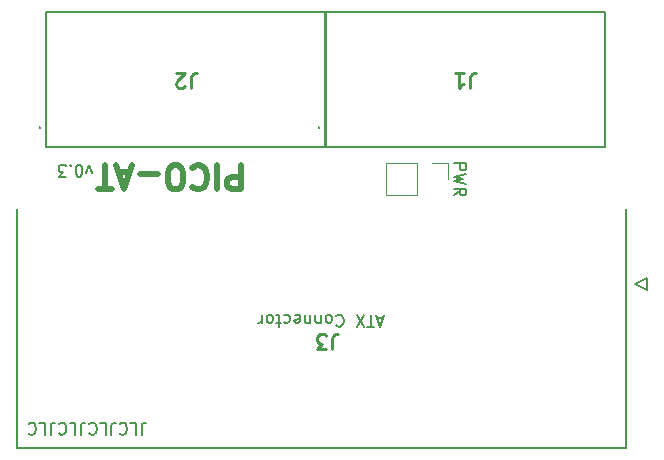
<source format=gbr>
%TF.GenerationSoftware,KiCad,Pcbnew,(5.1.6)-1*%
%TF.CreationDate,2022-02-21T08:46:33-05:00*%
%TF.ProjectId,PICO-AT,5049434f-2d41-4542-9e6b-696361645f70,rev?*%
%TF.SameCoordinates,Original*%
%TF.FileFunction,Legend,Top*%
%TF.FilePolarity,Positive*%
%FSLAX46Y46*%
G04 Gerber Fmt 4.6, Leading zero omitted, Abs format (unit mm)*
G04 Created by KiCad (PCBNEW (5.1.6)-1) date 2022-02-21 08:46:33*
%MOMM*%
%LPD*%
G01*
G04 APERTURE LIST*
%ADD10C,0.150000*%
%ADD11C,0.500000*%
%ADD12C,0.200000*%
%ADD13C,0.127000*%
%ADD14C,0.120000*%
%ADD15C,0.254000*%
G04 APERTURE END LIST*
D10*
X129444571Y-98258285D02*
X129206476Y-97591619D01*
X128968380Y-98258285D01*
X128396952Y-98591619D02*
X128301714Y-98591619D01*
X128206476Y-98544000D01*
X128158857Y-98496380D01*
X128111238Y-98401142D01*
X128063619Y-98210666D01*
X128063619Y-97972571D01*
X128111238Y-97782095D01*
X128158857Y-97686857D01*
X128206476Y-97639238D01*
X128301714Y-97591619D01*
X128396952Y-97591619D01*
X128492190Y-97639238D01*
X128539809Y-97686857D01*
X128587428Y-97782095D01*
X128635047Y-97972571D01*
X128635047Y-98210666D01*
X128587428Y-98401142D01*
X128539809Y-98496380D01*
X128492190Y-98544000D01*
X128396952Y-98591619D01*
X127635047Y-97686857D02*
X127587428Y-97639238D01*
X127635047Y-97591619D01*
X127682666Y-97639238D01*
X127635047Y-97686857D01*
X127635047Y-97591619D01*
X127254095Y-98591619D02*
X126635047Y-98591619D01*
X126968380Y-98210666D01*
X126825523Y-98210666D01*
X126730285Y-98163047D01*
X126682666Y-98115428D01*
X126635047Y-98020190D01*
X126635047Y-97782095D01*
X126682666Y-97686857D01*
X126730285Y-97639238D01*
X126825523Y-97591619D01*
X127111238Y-97591619D01*
X127206476Y-97639238D01*
X127254095Y-97686857D01*
D11*
X142048761Y-97647238D02*
X142048761Y-99647238D01*
X141286857Y-99647238D01*
X141096380Y-99552000D01*
X141001142Y-99456761D01*
X140905904Y-99266285D01*
X140905904Y-98980571D01*
X141001142Y-98790095D01*
X141096380Y-98694857D01*
X141286857Y-98599619D01*
X142048761Y-98599619D01*
X140048761Y-97647238D02*
X140048761Y-99647238D01*
X137953523Y-97837714D02*
X138048761Y-97742476D01*
X138334476Y-97647238D01*
X138524952Y-97647238D01*
X138810666Y-97742476D01*
X139001142Y-97932952D01*
X139096380Y-98123428D01*
X139191619Y-98504380D01*
X139191619Y-98790095D01*
X139096380Y-99171047D01*
X139001142Y-99361523D01*
X138810666Y-99552000D01*
X138524952Y-99647238D01*
X138334476Y-99647238D01*
X138048761Y-99552000D01*
X137953523Y-99456761D01*
X136715428Y-99647238D02*
X136334476Y-99647238D01*
X136144000Y-99552000D01*
X135953523Y-99361523D01*
X135858285Y-98980571D01*
X135858285Y-98313904D01*
X135953523Y-97932952D01*
X136144000Y-97742476D01*
X136334476Y-97647238D01*
X136715428Y-97647238D01*
X136905904Y-97742476D01*
X137096380Y-97932952D01*
X137191619Y-98313904D01*
X137191619Y-98980571D01*
X137096380Y-99361523D01*
X136905904Y-99552000D01*
X136715428Y-99647238D01*
X135001142Y-98409142D02*
X133477333Y-98409142D01*
X132620190Y-98218666D02*
X131667809Y-98218666D01*
X132810666Y-97647238D02*
X132144000Y-99647238D01*
X131477333Y-97647238D01*
X131096380Y-99647238D02*
X129953523Y-99647238D01*
X130524952Y-97647238D02*
X130524952Y-99647238D01*
D10*
X133651047Y-120435619D02*
X133651047Y-119721333D01*
X133698666Y-119578476D01*
X133793904Y-119483238D01*
X133936761Y-119435619D01*
X134032000Y-119435619D01*
X132698666Y-119435619D02*
X133174857Y-119435619D01*
X133174857Y-120435619D01*
X131793904Y-119530857D02*
X131841523Y-119483238D01*
X131984380Y-119435619D01*
X132079619Y-119435619D01*
X132222476Y-119483238D01*
X132317714Y-119578476D01*
X132365333Y-119673714D01*
X132412952Y-119864190D01*
X132412952Y-120007047D01*
X132365333Y-120197523D01*
X132317714Y-120292761D01*
X132222476Y-120388000D01*
X132079619Y-120435619D01*
X131984380Y-120435619D01*
X131841523Y-120388000D01*
X131793904Y-120340380D01*
X131079619Y-120435619D02*
X131079619Y-119721333D01*
X131127238Y-119578476D01*
X131222476Y-119483238D01*
X131365333Y-119435619D01*
X131460571Y-119435619D01*
X130127238Y-119435619D02*
X130603428Y-119435619D01*
X130603428Y-120435619D01*
X129222476Y-119530857D02*
X129270095Y-119483238D01*
X129412952Y-119435619D01*
X129508190Y-119435619D01*
X129651047Y-119483238D01*
X129746285Y-119578476D01*
X129793904Y-119673714D01*
X129841523Y-119864190D01*
X129841523Y-120007047D01*
X129793904Y-120197523D01*
X129746285Y-120292761D01*
X129651047Y-120388000D01*
X129508190Y-120435619D01*
X129412952Y-120435619D01*
X129270095Y-120388000D01*
X129222476Y-120340380D01*
X128508190Y-120435619D02*
X128508190Y-119721333D01*
X128555809Y-119578476D01*
X128651047Y-119483238D01*
X128793904Y-119435619D01*
X128889142Y-119435619D01*
X127555809Y-119435619D02*
X128032000Y-119435619D01*
X128032000Y-120435619D01*
X126651047Y-119530857D02*
X126698666Y-119483238D01*
X126841523Y-119435619D01*
X126936761Y-119435619D01*
X127079619Y-119483238D01*
X127174857Y-119578476D01*
X127222476Y-119673714D01*
X127270095Y-119864190D01*
X127270095Y-120007047D01*
X127222476Y-120197523D01*
X127174857Y-120292761D01*
X127079619Y-120388000D01*
X126936761Y-120435619D01*
X126841523Y-120435619D01*
X126698666Y-120388000D01*
X126651047Y-120340380D01*
X125936761Y-120435619D02*
X125936761Y-119721333D01*
X125984380Y-119578476D01*
X126079619Y-119483238D01*
X126222476Y-119435619D01*
X126317714Y-119435619D01*
X124984380Y-119435619D02*
X125460571Y-119435619D01*
X125460571Y-120435619D01*
X124079619Y-119530857D02*
X124127238Y-119483238D01*
X124270095Y-119435619D01*
X124365333Y-119435619D01*
X124508190Y-119483238D01*
X124603428Y-119578476D01*
X124651047Y-119673714D01*
X124698666Y-119864190D01*
X124698666Y-120007047D01*
X124651047Y-120197523D01*
X124603428Y-120292761D01*
X124508190Y-120388000D01*
X124365333Y-120435619D01*
X124270095Y-120435619D01*
X124127238Y-120388000D01*
X124079619Y-120340380D01*
X154082095Y-110577333D02*
X153605904Y-110577333D01*
X154177333Y-110291619D02*
X153844000Y-111291619D01*
X153510666Y-110291619D01*
X153320190Y-111291619D02*
X152748761Y-111291619D01*
X153034476Y-110291619D02*
X153034476Y-111291619D01*
X152510666Y-111291619D02*
X151844000Y-110291619D01*
X151844000Y-111291619D02*
X152510666Y-110291619D01*
X150129714Y-110386857D02*
X150177333Y-110339238D01*
X150320190Y-110291619D01*
X150415428Y-110291619D01*
X150558285Y-110339238D01*
X150653523Y-110434476D01*
X150701142Y-110529714D01*
X150748761Y-110720190D01*
X150748761Y-110863047D01*
X150701142Y-111053523D01*
X150653523Y-111148761D01*
X150558285Y-111244000D01*
X150415428Y-111291619D01*
X150320190Y-111291619D01*
X150177333Y-111244000D01*
X150129714Y-111196380D01*
X149558285Y-110291619D02*
X149653523Y-110339238D01*
X149701142Y-110386857D01*
X149748761Y-110482095D01*
X149748761Y-110767809D01*
X149701142Y-110863047D01*
X149653523Y-110910666D01*
X149558285Y-110958285D01*
X149415428Y-110958285D01*
X149320190Y-110910666D01*
X149272571Y-110863047D01*
X149224952Y-110767809D01*
X149224952Y-110482095D01*
X149272571Y-110386857D01*
X149320190Y-110339238D01*
X149415428Y-110291619D01*
X149558285Y-110291619D01*
X148796380Y-110958285D02*
X148796380Y-110291619D01*
X148796380Y-110863047D02*
X148748761Y-110910666D01*
X148653523Y-110958285D01*
X148510666Y-110958285D01*
X148415428Y-110910666D01*
X148367809Y-110815428D01*
X148367809Y-110291619D01*
X147891619Y-110958285D02*
X147891619Y-110291619D01*
X147891619Y-110863047D02*
X147844000Y-110910666D01*
X147748761Y-110958285D01*
X147605904Y-110958285D01*
X147510666Y-110910666D01*
X147463047Y-110815428D01*
X147463047Y-110291619D01*
X146605904Y-110339238D02*
X146701142Y-110291619D01*
X146891619Y-110291619D01*
X146986857Y-110339238D01*
X147034476Y-110434476D01*
X147034476Y-110815428D01*
X146986857Y-110910666D01*
X146891619Y-110958285D01*
X146701142Y-110958285D01*
X146605904Y-110910666D01*
X146558285Y-110815428D01*
X146558285Y-110720190D01*
X147034476Y-110624952D01*
X145701142Y-110339238D02*
X145796380Y-110291619D01*
X145986857Y-110291619D01*
X146082095Y-110339238D01*
X146129714Y-110386857D01*
X146177333Y-110482095D01*
X146177333Y-110767809D01*
X146129714Y-110863047D01*
X146082095Y-110910666D01*
X145986857Y-110958285D01*
X145796380Y-110958285D01*
X145701142Y-110910666D01*
X145415428Y-110958285D02*
X145034476Y-110958285D01*
X145272571Y-111291619D02*
X145272571Y-110434476D01*
X145224952Y-110339238D01*
X145129714Y-110291619D01*
X145034476Y-110291619D01*
X144558285Y-110291619D02*
X144653523Y-110339238D01*
X144701142Y-110386857D01*
X144748761Y-110482095D01*
X144748761Y-110767809D01*
X144701142Y-110863047D01*
X144653523Y-110910666D01*
X144558285Y-110958285D01*
X144415428Y-110958285D01*
X144320190Y-110910666D01*
X144272571Y-110863047D01*
X144224952Y-110767809D01*
X144224952Y-110482095D01*
X144272571Y-110386857D01*
X144320190Y-110339238D01*
X144415428Y-110291619D01*
X144558285Y-110291619D01*
X143796380Y-110291619D02*
X143796380Y-110958285D01*
X143796380Y-110767809D02*
X143748761Y-110863047D01*
X143701142Y-110910666D01*
X143605904Y-110958285D01*
X143510666Y-110958285D01*
D12*
%TO.C,J1*%
X172865000Y-96088000D02*
X149195000Y-96088000D01*
X149195000Y-96088000D02*
X149195000Y-84678000D01*
X149195000Y-84678000D02*
X172865000Y-84678000D01*
X172865000Y-84678000D02*
X172865000Y-96088000D01*
X148630000Y-94488000D02*
X148630000Y-94488000D01*
X148630000Y-94388000D02*
X148630000Y-94388000D01*
X148630000Y-94388000D02*
G75*
G02*
X148630000Y-94488000I0J-50000D01*
G01*
X148630000Y-94488000D02*
G75*
G02*
X148630000Y-94388000I0J50000D01*
G01*
%TO.C,J2*%
X125008000Y-94388000D02*
X125008000Y-94388000D01*
X125008000Y-94488000D02*
X125008000Y-94488000D01*
X149243000Y-84678000D02*
X149243000Y-96088000D01*
X125573000Y-84678000D02*
X149243000Y-84678000D01*
X125573000Y-96088000D02*
X125573000Y-84678000D01*
X149243000Y-96088000D02*
X125573000Y-96088000D01*
X125008000Y-94488000D02*
G75*
G02*
X125008000Y-94388000I0J50000D01*
G01*
X125008000Y-94388000D02*
G75*
G02*
X125008000Y-94488000I0J-50000D01*
G01*
D13*
%TO.C,J3*%
X174658000Y-101296000D02*
X174658000Y-121596000D01*
X174658000Y-121596000D02*
X123058000Y-121596000D01*
X123058000Y-121596000D02*
X123058000Y-101296000D01*
X176458000Y-107196000D02*
X176458000Y-108196000D01*
X176458000Y-108196000D02*
X175458000Y-107696000D01*
X175458000Y-107696000D02*
X176458000Y-107196000D01*
D14*
%TO.C,PWR*%
X154372000Y-97476000D02*
X154372000Y-100136000D01*
X156972000Y-97476000D02*
X154372000Y-97476000D01*
X156972000Y-100136000D02*
X154372000Y-100136000D01*
X156972000Y-97476000D02*
X156972000Y-100136000D01*
X158242000Y-97476000D02*
X159572000Y-97476000D01*
X159572000Y-97476000D02*
X159572000Y-98806000D01*
%TO.C,J1*%
D15*
X161453333Y-91078476D02*
X161453333Y-90171333D01*
X161513809Y-89989904D01*
X161634761Y-89868952D01*
X161816190Y-89808476D01*
X161937142Y-89808476D01*
X160183333Y-89808476D02*
X160909047Y-89808476D01*
X160546190Y-89808476D02*
X160546190Y-91078476D01*
X160667142Y-90897047D01*
X160788095Y-90776095D01*
X160909047Y-90715619D01*
%TO.C,J2*%
X137831333Y-91078476D02*
X137831333Y-90171333D01*
X137891809Y-89989904D01*
X138012761Y-89868952D01*
X138194190Y-89808476D01*
X138315142Y-89808476D01*
X137287047Y-90957523D02*
X137226571Y-91018000D01*
X137105619Y-91078476D01*
X136803238Y-91078476D01*
X136682285Y-91018000D01*
X136621809Y-90957523D01*
X136561333Y-90836571D01*
X136561333Y-90715619D01*
X136621809Y-90534190D01*
X137347523Y-89808476D01*
X136561333Y-89808476D01*
%TO.C,J3*%
X149775333Y-113217476D02*
X149775333Y-112310333D01*
X149835809Y-112128904D01*
X149956761Y-112007952D01*
X150138190Y-111947476D01*
X150259142Y-111947476D01*
X149291523Y-113217476D02*
X148505333Y-113217476D01*
X148928666Y-112733666D01*
X148747238Y-112733666D01*
X148626285Y-112673190D01*
X148565809Y-112612714D01*
X148505333Y-112491761D01*
X148505333Y-112189380D01*
X148565809Y-112068428D01*
X148626285Y-112007952D01*
X148747238Y-111947476D01*
X149110095Y-111947476D01*
X149231047Y-112007952D01*
X149291523Y-112068428D01*
%TO.C,PWR*%
D10*
X160119619Y-97472666D02*
X161119619Y-97472666D01*
X161119619Y-97853619D01*
X161072000Y-97948857D01*
X161024380Y-97996476D01*
X160929142Y-98044095D01*
X160786285Y-98044095D01*
X160691047Y-97996476D01*
X160643428Y-97948857D01*
X160595809Y-97853619D01*
X160595809Y-97472666D01*
X161119619Y-98377428D02*
X160119619Y-98615523D01*
X160833904Y-98806000D01*
X160119619Y-98996476D01*
X161119619Y-99234571D01*
X160119619Y-100186952D02*
X160595809Y-99853619D01*
X160119619Y-99615523D02*
X161119619Y-99615523D01*
X161119619Y-99996476D01*
X161072000Y-100091714D01*
X161024380Y-100139333D01*
X160929142Y-100186952D01*
X160786285Y-100186952D01*
X160691047Y-100139333D01*
X160643428Y-100091714D01*
X160595809Y-99996476D01*
X160595809Y-99615523D01*
%TD*%
M02*

</source>
